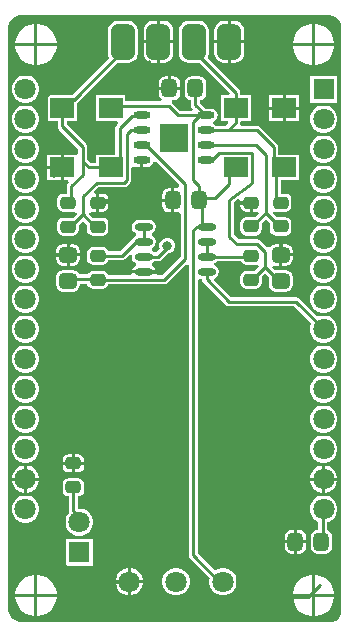
<source format=gtl>
G04*
G04 #@! TF.GenerationSoftware,Altium Limited,Altium Designer,23.4.1 (23)*
G04*
G04 Layer_Physical_Order=1*
G04 Layer_Color=255*
%FSLAX44Y44*%
%MOMM*%
G71*
G04*
G04 #@! TF.SameCoordinates,5EEC9E03-0704-45D2-AC34-B4BBD991BA5A*
G04*
G04*
G04 #@! TF.FilePolarity,Positive*
G04*
G01*
G75*
%ADD10C,0.2540*%
G04:AMPARAMS|DCode=14|XSize=1mm|YSize=1.3mm|CornerRadius=0.25mm|HoleSize=0mm|Usage=FLASHONLY|Rotation=270.000|XOffset=0mm|YOffset=0mm|HoleType=Round|Shape=RoundedRectangle|*
%AMROUNDEDRECTD14*
21,1,1.0000,0.8000,0,0,270.0*
21,1,0.5000,1.3000,0,0,270.0*
1,1,0.5000,-0.4000,-0.2500*
1,1,0.5000,-0.4000,0.2500*
1,1,0.5000,0.4000,0.2500*
1,1,0.5000,0.4000,-0.2500*
%
%ADD14ROUNDEDRECTD14*%
G04:AMPARAMS|DCode=15|XSize=2mm|YSize=3mm|CornerRadius=0.5mm|HoleSize=0mm|Usage=FLASHONLY|Rotation=0.000|XOffset=0mm|YOffset=0mm|HoleType=Round|Shape=RoundedRectangle|*
%AMROUNDEDRECTD15*
21,1,2.0000,2.0000,0,0,0.0*
21,1,1.0000,3.0000,0,0,0.0*
1,1,1.0000,0.5000,-1.0000*
1,1,1.0000,-0.5000,-1.0000*
1,1,1.0000,-0.5000,1.0000*
1,1,1.0000,0.5000,1.0000*
%
%ADD15ROUNDEDRECTD15*%
G04:AMPARAMS|DCode=16|XSize=1.3mm|YSize=1.5mm|CornerRadius=0.325mm|HoleSize=0mm|Usage=FLASHONLY|Rotation=180.000|XOffset=0mm|YOffset=0mm|HoleType=Round|Shape=RoundedRectangle|*
%AMROUNDEDRECTD16*
21,1,1.3000,0.8500,0,0,180.0*
21,1,0.6500,1.5000,0,0,180.0*
1,1,0.6500,-0.3250,0.4250*
1,1,0.6500,0.3250,0.4250*
1,1,0.6500,0.3250,-0.4250*
1,1,0.6500,-0.3250,-0.4250*
%
%ADD16ROUNDEDRECTD16*%
%ADD17R,2.0000X1.6800*%
G04:AMPARAMS|DCode=18|XSize=1.3mm|YSize=1.5mm|CornerRadius=0.325mm|HoleSize=0mm|Usage=FLASHONLY|Rotation=90.000|XOffset=0mm|YOffset=0mm|HoleType=Round|Shape=RoundedRectangle|*
%AMROUNDEDRECTD18*
21,1,1.3000,0.8500,0,0,90.0*
21,1,0.6500,1.5000,0,0,90.0*
1,1,0.6500,0.4250,0.3250*
1,1,0.6500,0.4250,-0.3250*
1,1,0.6500,-0.4250,-0.3250*
1,1,0.6500,-0.4250,0.3250*
%
%ADD18ROUNDEDRECTD18*%
%ADD19R,2.3900X2.3900*%
%ADD20O,1.4500X0.6000*%
G04:AMPARAMS|DCode=21|XSize=1.5mm|YSize=0.6mm|CornerRadius=0.24mm|HoleSize=0mm|Usage=FLASHONLY|Rotation=0.000|XOffset=0mm|YOffset=0mm|HoleType=Round|Shape=RoundedRectangle|*
%AMROUNDEDRECTD21*
21,1,1.5000,0.1200,0,0,0.0*
21,1,1.0200,0.6000,0,0,0.0*
1,1,0.4800,0.5100,-0.0600*
1,1,0.4800,-0.5100,-0.0600*
1,1,0.4800,-0.5100,0.0600*
1,1,0.4800,0.5100,0.0600*
%
%ADD21ROUNDEDRECTD21*%
%ADD34R,1.8000X1.8000*%
%ADD35C,1.8000*%
%ADD36C,0.8000*%
G36*
X12577Y514500D02*
X12577Y514500D01*
X271500Y514500D01*
X272534Y514500D01*
X274563Y514096D01*
X276474Y513305D01*
X278193Y512156D01*
X279656Y510693D01*
X280805Y508974D01*
X281596Y507063D01*
X281839Y505844D01*
X282000Y504003D01*
Y504000D01*
X282000Y504000D01*
X282000Y504000D01*
X282000Y10000D01*
X282000Y9114D01*
X281654Y7375D01*
X280976Y5737D01*
X279991Y4263D01*
X278737Y3009D01*
X277263Y2024D01*
X275625Y1346D01*
X274915Y1205D01*
X273000Y1000D01*
Y1000D01*
X10200Y1000D01*
X9195Y1000D01*
X7225Y1392D01*
X5368Y2161D01*
X3698Y3277D01*
X2277Y4698D01*
X1161Y6368D01*
X392Y8225D01*
X-0Y10195D01*
X0Y11200D01*
Y505895D01*
X196Y506938D01*
X986Y508908D01*
X2146Y510685D01*
X3630Y512203D01*
X5382Y513401D01*
X7334Y514235D01*
X9411Y514672D01*
X11534Y514695D01*
X12577Y514500D01*
D02*
G37*
%LPC*%
G36*
X192000Y509605D02*
X188270D01*
Y493270D01*
X199605D01*
Y502000D01*
X199346Y503969D01*
X198586Y505803D01*
X197378Y507378D01*
X195803Y508586D01*
X193968Y509346D01*
X192000Y509605D01*
D02*
G37*
G36*
X185730D02*
X182000D01*
X180032Y509346D01*
X178197Y508586D01*
X176622Y507378D01*
X175414Y505803D01*
X174654Y503969D01*
X174395Y502000D01*
Y493270D01*
X185730D01*
Y509605D01*
D02*
G37*
G36*
X132000D02*
X128270D01*
Y493270D01*
X139605D01*
Y502000D01*
X139346Y503969D01*
X138586Y505803D01*
X137378Y507378D01*
X135802Y508586D01*
X133968Y509346D01*
X132000Y509605D01*
D02*
G37*
G36*
X125730D02*
X122000D01*
X120031Y509346D01*
X118197Y508586D01*
X116622Y507378D01*
X115414Y505803D01*
X114654Y503969D01*
X114395Y502000D01*
Y493270D01*
X125730D01*
Y509605D01*
D02*
G37*
G36*
X260077Y507290D02*
X259620D01*
Y491020D01*
X275890D01*
Y491478D01*
X275216Y494866D01*
X273894Y498058D01*
X271974Y500931D01*
X269531Y503374D01*
X266658Y505294D01*
X263466Y506616D01*
X260077Y507290D01*
D02*
G37*
G36*
X257080D02*
X256623D01*
X253234Y506616D01*
X250042Y505294D01*
X247169Y503374D01*
X244726Y500931D01*
X242806Y498058D01*
X241484Y494866D01*
X240810Y491478D01*
Y491020D01*
X257080D01*
Y507290D01*
D02*
G37*
G36*
X25078D02*
X24620D01*
Y491020D01*
X40890D01*
Y491478D01*
X40216Y494866D01*
X38894Y498058D01*
X36974Y500931D01*
X34531Y503374D01*
X31658Y505294D01*
X28466Y506616D01*
X25078Y507290D01*
D02*
G37*
G36*
X22080D02*
X21623D01*
X18234Y506616D01*
X15042Y505294D01*
X12169Y503374D01*
X9726Y500931D01*
X7806Y498058D01*
X6484Y494866D01*
X5810Y491478D01*
Y491020D01*
X22080D01*
Y507290D01*
D02*
G37*
G36*
X199605Y490730D02*
X188270D01*
Y474395D01*
X192000D01*
X193968Y474654D01*
X195803Y475414D01*
X197378Y476623D01*
X198586Y478198D01*
X199346Y480032D01*
X199605Y482000D01*
Y490730D01*
D02*
G37*
G36*
X185730D02*
X174395D01*
Y482000D01*
X174654Y480032D01*
X175414Y478198D01*
X176622Y476623D01*
X178197Y475414D01*
X180032Y474654D01*
X182000Y474395D01*
X185730D01*
Y490730D01*
D02*
G37*
G36*
X139605D02*
X128270D01*
Y474395D01*
X132000D01*
X133968Y474654D01*
X135802Y475414D01*
X137378Y476623D01*
X138586Y478198D01*
X139346Y480032D01*
X139605Y482000D01*
Y490730D01*
D02*
G37*
G36*
X125730D02*
X114395D01*
Y482000D01*
X114654Y480032D01*
X115414Y478198D01*
X116622Y476623D01*
X118197Y475414D01*
X120031Y474654D01*
X122000Y474395D01*
X125730D01*
Y490730D01*
D02*
G37*
G36*
X275890Y488480D02*
X259620D01*
Y472210D01*
X260077D01*
X263466Y472884D01*
X266658Y474206D01*
X269531Y476126D01*
X271974Y478569D01*
X273894Y481442D01*
X275216Y484634D01*
X275890Y488022D01*
Y488480D01*
D02*
G37*
G36*
X257080D02*
X240810D01*
Y488022D01*
X241484Y484634D01*
X242806Y481442D01*
X244726Y478569D01*
X247169Y476126D01*
X250042Y474206D01*
X253234Y472884D01*
X256623Y472210D01*
X257080D01*
Y488480D01*
D02*
G37*
G36*
X40890D02*
X24620D01*
Y472210D01*
X25078D01*
X28466Y472884D01*
X31658Y474206D01*
X34531Y476126D01*
X36974Y478569D01*
X38894Y481442D01*
X40216Y484634D01*
X40890Y488022D01*
Y488480D01*
D02*
G37*
G36*
X22080D02*
X5810D01*
Y488022D01*
X6484Y484634D01*
X7806Y481442D01*
X9726Y478569D01*
X12169Y476126D01*
X15042Y474206D01*
X18234Y472884D01*
X21623Y472210D01*
X22080D01*
Y488480D01*
D02*
G37*
G36*
X139591Y463074D02*
X137611D01*
Y454190D01*
X145494D01*
Y457170D01*
X145045Y459429D01*
X143765Y461344D01*
X141850Y462624D01*
X139591Y463074D01*
D02*
G37*
G36*
X135071D02*
X133091D01*
X130832Y462624D01*
X128916Y461344D01*
X127637Y459429D01*
X127187Y457170D01*
Y454190D01*
X135071D01*
Y463074D01*
D02*
G37*
G36*
X278540Y463540D02*
X255460D01*
Y440460D01*
X278540D01*
Y463540D01*
D02*
G37*
G36*
X16019D02*
X12981D01*
X10046Y462754D01*
X7414Y461234D01*
X5266Y459086D01*
X3746Y456454D01*
X2960Y453519D01*
Y450481D01*
X3746Y447546D01*
X5266Y444914D01*
X7414Y442766D01*
X10046Y441247D01*
X12981Y440460D01*
X16019D01*
X18954Y441247D01*
X21586Y442766D01*
X23734Y444914D01*
X25254Y447546D01*
X26040Y450481D01*
Y453519D01*
X25254Y456454D01*
X23734Y459086D01*
X21586Y461234D01*
X18954Y462754D01*
X16019Y463540D01*
D02*
G37*
G36*
X246080Y446660D02*
X234811D01*
Y436990D01*
X246080D01*
Y446660D01*
D02*
G37*
G36*
X232271D02*
X221000D01*
Y436990D01*
X232271D01*
Y446660D01*
D02*
G37*
G36*
X246080Y434450D02*
X234811D01*
Y424780D01*
X246080D01*
Y434450D01*
D02*
G37*
G36*
X232271D02*
X221000D01*
Y424780D01*
X232271D01*
Y434450D01*
D02*
G37*
G36*
X162000Y509605D02*
X152000D01*
X150032Y509346D01*
X148197Y508586D01*
X146622Y507378D01*
X145414Y505803D01*
X144654Y503969D01*
X144395Y502000D01*
Y482000D01*
X144654Y480032D01*
X145414Y478198D01*
X146622Y476623D01*
X148197Y475414D01*
X150032Y474654D01*
X152000Y474395D01*
X161611D01*
X187346Y448660D01*
X186518Y446660D01*
X180001D01*
Y424780D01*
X185574D01*
X186340Y422933D01*
X184362Y420955D01*
X175608D01*
X175535Y421064D01*
X173702Y422289D01*
X173140Y422401D01*
Y424440D01*
X173702Y424552D01*
X175535Y425776D01*
X176759Y427608D01*
X177189Y429770D01*
X176759Y431932D01*
X175535Y433764D01*
X173702Y434989D01*
X171541Y435419D01*
X167136D01*
X162225Y440329D01*
Y442893D01*
X163850Y443216D01*
X165765Y444496D01*
X167045Y446411D01*
X167494Y448670D01*
Y457170D01*
X167045Y459429D01*
X165765Y461344D01*
X163850Y462624D01*
X161591Y463074D01*
X155091D01*
X152831Y462624D01*
X150916Y461344D01*
X149637Y459429D01*
X149187Y457170D01*
Y448670D01*
X149637Y446411D01*
X150916Y444496D01*
X152831Y443216D01*
X154456Y442893D01*
Y438720D01*
X154752Y437233D01*
X155594Y435973D01*
X156065Y435503D01*
X155299Y433655D01*
X145421D01*
X138487Y440589D01*
X138221Y440767D01*
X138828Y442767D01*
X139591D01*
X141850Y443216D01*
X143765Y444496D01*
X145045Y446411D01*
X145494Y448670D01*
Y451650D01*
X136341D01*
X127187D01*
Y448670D01*
X127637Y446411D01*
X128916Y444496D01*
X130067Y443727D01*
X129461Y441727D01*
X99080D01*
Y446660D01*
X74001D01*
Y424780D01*
X92025D01*
X92790Y422933D01*
X91696Y421838D01*
X90854Y420578D01*
X90558Y419091D01*
Y396660D01*
X74001D01*
Y389605D01*
X69824D01*
X66885Y392544D01*
Y403000D01*
X66589Y404487D01*
X65747Y405747D01*
X49426Y422068D01*
Y424780D01*
X58081D01*
Y440179D01*
X92297Y474395D01*
X102000D01*
X103968Y474654D01*
X105802Y475414D01*
X107378Y476623D01*
X108586Y478198D01*
X109346Y480032D01*
X109605Y482000D01*
Y502000D01*
X109346Y503969D01*
X108586Y505803D01*
X107378Y507378D01*
X105802Y508586D01*
X103968Y509346D01*
X102000Y509605D01*
X92000D01*
X90032Y509346D01*
X88197Y508586D01*
X86622Y507378D01*
X85414Y505803D01*
X84654Y503969D01*
X84395Y502000D01*
Y482000D01*
X84654Y480032D01*
X85325Y478411D01*
X53574Y446660D01*
X33001D01*
Y424780D01*
X41656D01*
Y420459D01*
X41952Y418973D01*
X42794Y417712D01*
X59115Y401391D01*
Y398232D01*
X58081Y396660D01*
X46811D01*
Y385720D01*
Y374780D01*
X50282D01*
X51048Y372933D01*
X50524Y372409D01*
X49682Y371148D01*
X49386Y369662D01*
Y363484D01*
X46541D01*
X44574Y363093D01*
X42907Y361979D01*
X41793Y360312D01*
X41402Y358345D01*
Y353345D01*
X41793Y351379D01*
X42907Y349712D01*
X44574Y348598D01*
X46541Y348207D01*
X54541D01*
X55643Y348426D01*
X57596Y347392D01*
X57861Y347097D01*
X57957Y346451D01*
X54707Y343201D01*
X54541Y343234D01*
X46541D01*
X44574Y342843D01*
X42907Y341729D01*
X41793Y340062D01*
X41402Y338096D01*
Y333096D01*
X41793Y331129D01*
X42907Y329462D01*
X44574Y328348D01*
X46541Y327957D01*
X54541D01*
X56507Y328348D01*
X58174Y329462D01*
X59288Y331129D01*
X59679Y333096D01*
Y337186D01*
X63000Y340506D01*
X66402Y337105D01*
Y333096D01*
X66793Y331129D01*
X67907Y329462D01*
X69574Y328348D01*
X71540Y327957D01*
X79540D01*
X81507Y328348D01*
X83174Y329462D01*
X84288Y331129D01*
X84679Y333096D01*
Y338096D01*
X84288Y340062D01*
X83174Y341729D01*
X81507Y342843D01*
X79540Y343234D01*
X71540D01*
X71306Y343188D01*
X68222Y346272D01*
X68333Y347021D01*
X68546Y347291D01*
X70560Y348402D01*
X71540Y348207D01*
X74270D01*
Y355845D01*
Y363484D01*
X73691D01*
X72862Y365484D01*
X76333Y368955D01*
X97838D01*
X99325Y369251D01*
X100585Y370093D01*
X103125Y372633D01*
X103967Y373893D01*
X104263Y375380D01*
Y385460D01*
X106263Y386529D01*
X106379Y386451D01*
X108541Y386021D01*
X111521D01*
Y391670D01*
X114061D01*
Y386021D01*
X117041D01*
X119202Y386451D01*
X121035Y387676D01*
X122259Y389508D01*
X122460Y390516D01*
X124630Y391174D01*
X144876Y370928D01*
X144761Y369399D01*
X142900Y368012D01*
X142591Y368074D01*
X140611D01*
Y357920D01*
Y347767D01*
X142591D01*
X143770Y348001D01*
X145770Y346609D01*
Y310187D01*
X130063Y294480D01*
X126474D01*
X125072Y296250D01*
X104610D01*
X103208Y294480D01*
X84403D01*
X84288Y295062D01*
X83174Y296729D01*
X81507Y297843D01*
X79540Y298234D01*
X71540D01*
X69574Y297843D01*
X67907Y296729D01*
X66823Y295107D01*
X60269D01*
X60245Y295229D01*
X58965Y297144D01*
X57050Y298424D01*
X54791Y298873D01*
X46291D01*
X44031Y298424D01*
X42116Y297144D01*
X40837Y295229D01*
X40387Y292970D01*
Y286470D01*
X40837Y284211D01*
X42116Y282296D01*
X44031Y281016D01*
X46291Y280567D01*
X54791D01*
X57050Y281016D01*
X58965Y282296D01*
X60245Y284211D01*
X60694Y286470D01*
Y287337D01*
X66552D01*
X66793Y286129D01*
X67907Y284462D01*
X69574Y283348D01*
X71540Y282957D01*
X79540D01*
X81507Y283348D01*
X83174Y284462D01*
X84288Y286129D01*
X84403Y286711D01*
X131672D01*
X133158Y287006D01*
X134419Y287848D01*
X150628Y304058D01*
X152628Y303229D01*
Y57261D01*
X152923Y55774D01*
X153766Y54514D01*
X170419Y37860D01*
X170060Y36519D01*
Y33481D01*
X170847Y30546D01*
X172366Y27914D01*
X174514Y25766D01*
X177146Y24246D01*
X180081Y23460D01*
X183119D01*
X186054Y24246D01*
X188686Y25766D01*
X190834Y27914D01*
X192354Y30546D01*
X193140Y33481D01*
Y36519D01*
X192354Y39454D01*
X190834Y42086D01*
X188686Y44234D01*
X186054Y45754D01*
X183119Y46540D01*
X180081D01*
X177146Y45754D01*
X174843Y44424D01*
X160397Y58870D01*
Y290322D01*
X161956Y291592D01*
X163321Y291297D01*
X163986Y291006D01*
X164251Y289673D01*
X165093Y288413D01*
X184253Y269253D01*
X185513Y268411D01*
X187000Y268115D01*
X242191D01*
X256541Y253765D01*
X256246Y253254D01*
X255460Y250319D01*
Y247281D01*
X256246Y244346D01*
X257766Y241714D01*
X259914Y239566D01*
X262546Y238047D01*
X265481Y237260D01*
X268519D01*
X271454Y238047D01*
X274086Y239566D01*
X276234Y241714D01*
X277753Y244346D01*
X278540Y247281D01*
Y250319D01*
X277753Y253254D01*
X276234Y255886D01*
X274086Y258034D01*
X271454Y259554D01*
X268519Y260340D01*
X265481D01*
X262546Y259554D01*
X262035Y259259D01*
X246547Y274747D01*
X245287Y275589D01*
X243800Y275885D01*
X188609D01*
X174366Y290128D01*
X174854Y292209D01*
X174980Y292342D01*
X176502Y293359D01*
X177594Y294993D01*
X177977Y296920D01*
Y298120D01*
X177594Y300048D01*
X176502Y301682D01*
X174868Y302774D01*
X174480Y302851D01*
Y304890D01*
X174868Y304967D01*
X176502Y306059D01*
X176600Y306205D01*
X196909D01*
X197907Y304712D01*
X199574Y303598D01*
X201541Y303207D01*
X209541D01*
X211117Y303520D01*
X212075Y302355D01*
X212297Y301871D01*
X208660Y298234D01*
X201541D01*
X199574Y297843D01*
X197907Y296729D01*
X196793Y295062D01*
X196402Y293095D01*
Y288095D01*
X196793Y286129D01*
X197907Y284462D01*
X199574Y283348D01*
X201541Y282957D01*
X209541D01*
X211507Y283348D01*
X213174Y284462D01*
X214288Y286129D01*
X214679Y288095D01*
Y293095D01*
X214651Y293238D01*
X217524Y296111D01*
X220433Y293202D01*
X220387Y292970D01*
Y286470D01*
X220836Y284211D01*
X222116Y282296D01*
X224031Y281016D01*
X226290Y280567D01*
X234790D01*
X237049Y281016D01*
X238965Y282296D01*
X240244Y284211D01*
X240694Y286470D01*
Y292970D01*
X240244Y295229D01*
X238965Y297144D01*
X237049Y298424D01*
X234790Y298873D01*
X226290D01*
X225839Y298784D01*
X223421Y301202D01*
X224535Y302916D01*
X226290Y302567D01*
X229270D01*
Y311721D01*
Y320874D01*
X226290D01*
X224031Y320424D01*
X222116Y319145D01*
X221693Y318512D01*
X219152Y318234D01*
X213653Y323733D01*
X212393Y324575D01*
X210906Y324871D01*
X194989D01*
X191131Y328729D01*
Y356420D01*
X194450Y358909D01*
X195066Y358770D01*
X196402Y357873D01*
Y357240D01*
X205541D01*
Y355970D01*
X206810D01*
Y348332D01*
X209541D01*
X210943Y348611D01*
X211972Y346811D01*
X208520Y343359D01*
X201541D01*
X199574Y342968D01*
X197907Y341854D01*
X196793Y340187D01*
X196402Y338220D01*
Y333220D01*
X196793Y331254D01*
X197907Y329587D01*
X199574Y328473D01*
X201541Y328082D01*
X209541D01*
X211507Y328473D01*
X213174Y329587D01*
X214288Y331254D01*
X214679Y333220D01*
Y338220D01*
X214628Y338480D01*
X217809Y341661D01*
X221402Y338069D01*
Y333220D01*
X221793Y331254D01*
X222907Y329587D01*
X224574Y328473D01*
X226540Y328082D01*
X234540D01*
X236507Y328473D01*
X238174Y329587D01*
X239288Y331254D01*
X239679Y333220D01*
Y338220D01*
X239288Y340187D01*
X238174Y341854D01*
X236507Y342968D01*
X234540Y343359D01*
X227098D01*
X223267Y347191D01*
X224542Y348744D01*
X224574Y348723D01*
X226540Y348332D01*
X234540D01*
X236507Y348723D01*
X238174Y349837D01*
X239288Y351504D01*
X239679Y353470D01*
Y358470D01*
X239288Y360437D01*
X238174Y362104D01*
X236507Y363218D01*
X234540Y363609D01*
X230885D01*
Y374780D01*
X246080D01*
Y396660D01*
X228695D01*
Y402620D01*
X228399Y404107D01*
X227557Y405367D01*
X213107Y419817D01*
X211847Y420659D01*
X210360Y420955D01*
X197551D01*
X197259Y421262D01*
X196378Y422800D01*
X196948Y424780D01*
X205081D01*
Y446660D01*
X196425D01*
Y448959D01*
X196130Y450446D01*
X195288Y451706D01*
X168648Y478346D01*
X169346Y480032D01*
X169605Y482000D01*
Y502000D01*
X169346Y503969D01*
X168586Y505803D01*
X167378Y507378D01*
X165803Y508586D01*
X163968Y509346D01*
X162000Y509605D01*
D02*
G37*
G36*
X268519Y438140D02*
X265481D01*
X262546Y437354D01*
X259914Y435834D01*
X257766Y433686D01*
X256246Y431054D01*
X255460Y428119D01*
Y425081D01*
X256246Y422146D01*
X257766Y419514D01*
X259914Y417366D01*
X262546Y415847D01*
X265481Y415060D01*
X268519D01*
X271454Y415847D01*
X274086Y417366D01*
X276234Y419514D01*
X277753Y422146D01*
X278540Y425081D01*
Y428119D01*
X277753Y431054D01*
X276234Y433686D01*
X274086Y435834D01*
X271454Y437354D01*
X268519Y438140D01*
D02*
G37*
G36*
X16019D02*
X12981D01*
X10046Y437354D01*
X7414Y435834D01*
X5266Y433686D01*
X3746Y431054D01*
X2960Y428119D01*
Y425081D01*
X3746Y422146D01*
X5266Y419514D01*
X7414Y417366D01*
X10046Y415847D01*
X12981Y415060D01*
X16019D01*
X18954Y415847D01*
X21586Y417366D01*
X23734Y419514D01*
X25254Y422146D01*
X26040Y425081D01*
Y428119D01*
X25254Y431054D01*
X23734Y433686D01*
X21586Y435834D01*
X18954Y437354D01*
X16019Y438140D01*
D02*
G37*
G36*
X268519Y412740D02*
X265481D01*
X262546Y411954D01*
X259914Y410434D01*
X257766Y408286D01*
X256246Y405654D01*
X255460Y402719D01*
Y399681D01*
X256246Y396746D01*
X257766Y394114D01*
X259914Y391966D01*
X262546Y390447D01*
X265481Y389660D01*
X268519D01*
X271454Y390447D01*
X274086Y391966D01*
X276234Y394114D01*
X277753Y396746D01*
X278540Y399681D01*
Y402719D01*
X277753Y405654D01*
X276234Y408286D01*
X274086Y410434D01*
X271454Y411954D01*
X268519Y412740D01*
D02*
G37*
G36*
X16019D02*
X12981D01*
X10046Y411954D01*
X7414Y410434D01*
X5266Y408286D01*
X3746Y405654D01*
X2960Y402719D01*
Y399681D01*
X3746Y396746D01*
X5266Y394114D01*
X7414Y391966D01*
X10046Y390447D01*
X12981Y389660D01*
X16019D01*
X18954Y390447D01*
X21586Y391966D01*
X23734Y394114D01*
X25254Y396746D01*
X26040Y399681D01*
Y402719D01*
X25254Y405654D01*
X23734Y408286D01*
X21586Y410434D01*
X18954Y411954D01*
X16019Y412740D01*
D02*
G37*
G36*
X44271Y396660D02*
X33001D01*
Y386990D01*
X44271D01*
Y396660D01*
D02*
G37*
G36*
Y384450D02*
X33001D01*
Y374780D01*
X44271D01*
Y384450D01*
D02*
G37*
G36*
X268519Y387340D02*
X265481D01*
X262546Y386554D01*
X259914Y385034D01*
X257766Y382886D01*
X256246Y380254D01*
X255460Y377319D01*
Y374281D01*
X256246Y371346D01*
X257766Y368714D01*
X259914Y366566D01*
X262546Y365047D01*
X265481Y364260D01*
X268519D01*
X271454Y365047D01*
X274086Y366566D01*
X276234Y368714D01*
X277753Y371346D01*
X278540Y374281D01*
Y377319D01*
X277753Y380254D01*
X276234Y382886D01*
X274086Y385034D01*
X271454Y386554D01*
X268519Y387340D01*
D02*
G37*
G36*
X16019D02*
X12981D01*
X10046Y386554D01*
X7414Y385034D01*
X5266Y382886D01*
X3746Y380254D01*
X2960Y377319D01*
Y374281D01*
X3746Y371346D01*
X5266Y368714D01*
X7414Y366566D01*
X10046Y365047D01*
X12981Y364260D01*
X16019D01*
X18954Y365047D01*
X21586Y366566D01*
X23734Y368714D01*
X25254Y371346D01*
X26040Y374281D01*
Y377319D01*
X25254Y380254D01*
X23734Y382886D01*
X21586Y385034D01*
X18954Y386554D01*
X16019Y387340D01*
D02*
G37*
G36*
X138070Y368074D02*
X136090D01*
X133831Y367624D01*
X131916Y366344D01*
X130636Y364429D01*
X130187Y362170D01*
Y359190D01*
X138070D01*
Y368074D01*
D02*
G37*
G36*
X79540Y363484D02*
X76810D01*
Y357115D01*
X84679D01*
Y358345D01*
X84288Y360312D01*
X83174Y361979D01*
X81507Y363093D01*
X79540Y363484D01*
D02*
G37*
G36*
X204270Y354700D02*
X196402D01*
Y353470D01*
X196793Y351504D01*
X197907Y349837D01*
X199574Y348723D01*
X201541Y348332D01*
X204270D01*
Y354700D01*
D02*
G37*
G36*
X84679Y354575D02*
X76810D01*
Y348207D01*
X79540D01*
X81507Y348598D01*
X83174Y349712D01*
X84288Y351379D01*
X84679Y353345D01*
Y354575D01*
D02*
G37*
G36*
X138070Y356650D02*
X130187D01*
Y353670D01*
X130636Y351411D01*
X131916Y349496D01*
X133831Y348216D01*
X136090Y347767D01*
X138070D01*
Y356650D01*
D02*
G37*
G36*
X268519Y361940D02*
X265481D01*
X262546Y361154D01*
X259914Y359634D01*
X257766Y357486D01*
X256246Y354854D01*
X255460Y351919D01*
Y348881D01*
X256246Y345946D01*
X257766Y343314D01*
X259914Y341166D01*
X262546Y339647D01*
X265481Y338860D01*
X268519D01*
X271454Y339647D01*
X274086Y341166D01*
X276234Y343314D01*
X277753Y345946D01*
X278540Y348881D01*
Y351919D01*
X277753Y354854D01*
X276234Y357486D01*
X274086Y359634D01*
X271454Y361154D01*
X268519Y361940D01*
D02*
G37*
G36*
X16019D02*
X12981D01*
X10046Y361154D01*
X7414Y359634D01*
X5266Y357486D01*
X3746Y354854D01*
X2960Y351919D01*
Y348881D01*
X3746Y345946D01*
X5266Y343314D01*
X7414Y341166D01*
X10046Y339647D01*
X12981Y338860D01*
X16019D01*
X18954Y339647D01*
X21586Y341166D01*
X23734Y343314D01*
X25254Y345946D01*
X26040Y348881D01*
Y351919D01*
X25254Y354854D01*
X23734Y357486D01*
X21586Y359634D01*
X18954Y361154D01*
X16019Y361940D01*
D02*
G37*
G36*
X119941Y341257D02*
X109741D01*
X107813Y340874D01*
X106179Y339782D01*
X105087Y338148D01*
X104704Y336220D01*
Y335020D01*
X105087Y333093D01*
X106179Y331459D01*
X107813Y330367D01*
X108201Y330290D01*
Y328251D01*
X107813Y328174D01*
X106179Y327082D01*
X105087Y325448D01*
X105046Y325239D01*
X104141Y324635D01*
X94236Y314730D01*
X84403D01*
X84288Y315312D01*
X83174Y316979D01*
X81507Y318093D01*
X79540Y318484D01*
X71540D01*
X69574Y318093D01*
X67907Y316979D01*
X66793Y315312D01*
X66402Y313345D01*
Y308345D01*
X66793Y306379D01*
X67907Y304712D01*
X69574Y303598D01*
X71540Y303207D01*
X79540D01*
X81507Y303598D01*
X83174Y304712D01*
X84288Y306379D01*
X84403Y306961D01*
X95845D01*
X97332Y307256D01*
X98592Y308098D01*
X103000Y312506D01*
X104843Y311521D01*
X104704Y310820D01*
Y309620D01*
X105087Y307693D01*
X106179Y306059D01*
X107813Y304967D01*
X108201Y304890D01*
Y302851D01*
X107813Y302774D01*
X106179Y301682D01*
X105087Y300048D01*
X104837Y298790D01*
X124844D01*
X124594Y300048D01*
X123502Y301682D01*
X121868Y302774D01*
X121481Y302851D01*
Y304890D01*
X121868Y304967D01*
X123502Y306059D01*
X123687Y306336D01*
X126892D01*
X128378Y306631D01*
X129639Y307474D01*
X135125Y312960D01*
X135801D01*
X138205Y313956D01*
X140044Y315795D01*
X141040Y318199D01*
Y320801D01*
X140044Y323205D01*
X138205Y325044D01*
X135801Y326040D01*
X133199D01*
X130795Y325044D01*
X128956Y323205D01*
X127960Y320801D01*
Y318199D01*
X128375Y317197D01*
X125523Y314346D01*
X123502Y314382D01*
X121868Y315474D01*
X121481Y315551D01*
Y317590D01*
X121868Y317667D01*
X123502Y318759D01*
X124594Y320393D01*
X124977Y322320D01*
Y323520D01*
X124594Y325448D01*
X123502Y327082D01*
X121868Y328174D01*
X121481Y328251D01*
Y330290D01*
X121868Y330367D01*
X123502Y331459D01*
X124594Y333093D01*
X124977Y335020D01*
Y336220D01*
X124594Y338148D01*
X123502Y339782D01*
X121868Y340874D01*
X119941Y341257D01*
D02*
G37*
G36*
X268519Y336540D02*
X265481D01*
X262546Y335754D01*
X259914Y334234D01*
X257766Y332086D01*
X256246Y329454D01*
X255460Y326519D01*
Y323481D01*
X256246Y320546D01*
X257766Y317914D01*
X259914Y315766D01*
X262546Y314247D01*
X265481Y313460D01*
X268519D01*
X271454Y314247D01*
X274086Y315766D01*
X276234Y317914D01*
X277753Y320546D01*
X278540Y323481D01*
Y326519D01*
X277753Y329454D01*
X276234Y332086D01*
X274086Y334234D01*
X271454Y335754D01*
X268519Y336540D01*
D02*
G37*
G36*
X16019D02*
X12981D01*
X10046Y335754D01*
X7414Y334234D01*
X5266Y332086D01*
X3746Y329454D01*
X2960Y326519D01*
Y323481D01*
X3746Y320546D01*
X5266Y317914D01*
X7414Y315766D01*
X10046Y314247D01*
X12981Y313460D01*
X16019D01*
X18954Y314247D01*
X21586Y315766D01*
X23734Y317914D01*
X25254Y320546D01*
X26040Y323481D01*
Y326519D01*
X25254Y329454D01*
X23734Y332086D01*
X21586Y334234D01*
X18954Y335754D01*
X16019Y336540D01*
D02*
G37*
G36*
X234790Y320874D02*
X231810D01*
Y312990D01*
X240694D01*
Y314970D01*
X240244Y317230D01*
X238965Y319145D01*
X237049Y320424D01*
X234790Y320874D01*
D02*
G37*
G36*
X54791D02*
X51811D01*
Y312990D01*
X60694D01*
Y314970D01*
X60245Y317230D01*
X58965Y319145D01*
X57050Y320424D01*
X54791Y320874D01*
D02*
G37*
G36*
X49271D02*
X46291D01*
X44031Y320424D01*
X42116Y319145D01*
X40837Y317230D01*
X40387Y314970D01*
Y312990D01*
X49271D01*
Y320874D01*
D02*
G37*
G36*
X240694Y310450D02*
X231810D01*
Y302567D01*
X234790D01*
X237049Y303016D01*
X238965Y304296D01*
X240244Y306211D01*
X240694Y308470D01*
Y310450D01*
D02*
G37*
G36*
X60694D02*
X51811D01*
Y302567D01*
X54791D01*
X57050Y303016D01*
X58965Y304296D01*
X60245Y306211D01*
X60694Y308470D01*
Y310450D01*
D02*
G37*
G36*
X49271D02*
X40387D01*
Y308470D01*
X40837Y306211D01*
X42116Y304296D01*
X44031Y303016D01*
X46291Y302567D01*
X49271D01*
Y310450D01*
D02*
G37*
G36*
X268519Y311140D02*
X265481D01*
X262546Y310354D01*
X259914Y308834D01*
X257766Y306686D01*
X256246Y304054D01*
X255460Y301119D01*
Y298081D01*
X256246Y295146D01*
X257766Y292514D01*
X259914Y290366D01*
X262546Y288847D01*
X265481Y288060D01*
X268519D01*
X271454Y288847D01*
X274086Y290366D01*
X276234Y292514D01*
X277753Y295146D01*
X278540Y298081D01*
Y301119D01*
X277753Y304054D01*
X276234Y306686D01*
X274086Y308834D01*
X271454Y310354D01*
X268519Y311140D01*
D02*
G37*
G36*
X16019D02*
X12981D01*
X10046Y310354D01*
X7414Y308834D01*
X5266Y306686D01*
X3746Y304054D01*
X2960Y301119D01*
Y298081D01*
X3746Y295146D01*
X5266Y292514D01*
X7414Y290366D01*
X10046Y288847D01*
X12981Y288060D01*
X16019D01*
X18954Y288847D01*
X21586Y290366D01*
X23734Y292514D01*
X25254Y295146D01*
X26040Y298081D01*
Y301119D01*
X25254Y304054D01*
X23734Y306686D01*
X21586Y308834D01*
X18954Y310354D01*
X16019Y311140D01*
D02*
G37*
G36*
X268519Y285740D02*
X265481D01*
X262546Y284954D01*
X259914Y283434D01*
X257766Y281286D01*
X256246Y278654D01*
X255460Y275719D01*
Y272681D01*
X256246Y269746D01*
X257766Y267114D01*
X259914Y264966D01*
X262546Y263447D01*
X265481Y262660D01*
X268519D01*
X271454Y263447D01*
X274086Y264966D01*
X276234Y267114D01*
X277753Y269746D01*
X278540Y272681D01*
Y275719D01*
X277753Y278654D01*
X276234Y281286D01*
X274086Y283434D01*
X271454Y284954D01*
X268519Y285740D01*
D02*
G37*
G36*
X16019D02*
X12981D01*
X10046Y284954D01*
X7414Y283434D01*
X5266Y281286D01*
X3746Y278654D01*
X2960Y275719D01*
Y272681D01*
X3746Y269746D01*
X5266Y267114D01*
X7414Y264966D01*
X10046Y263447D01*
X12981Y262660D01*
X16019D01*
X18954Y263447D01*
X21586Y264966D01*
X23734Y267114D01*
X25254Y269746D01*
X26040Y272681D01*
Y275719D01*
X25254Y278654D01*
X23734Y281286D01*
X21586Y283434D01*
X18954Y284954D01*
X16019Y285740D01*
D02*
G37*
G36*
Y260340D02*
X12981D01*
X10046Y259554D01*
X7414Y258034D01*
X5266Y255886D01*
X3746Y253254D01*
X2960Y250319D01*
Y247281D01*
X3746Y244346D01*
X5266Y241714D01*
X7414Y239566D01*
X10046Y238047D01*
X12981Y237260D01*
X16019D01*
X18954Y238047D01*
X21586Y239566D01*
X23734Y241714D01*
X25254Y244346D01*
X26040Y247281D01*
Y250319D01*
X25254Y253254D01*
X23734Y255886D01*
X21586Y258034D01*
X18954Y259554D01*
X16019Y260340D01*
D02*
G37*
G36*
X268519Y234940D02*
X265481D01*
X262546Y234154D01*
X259914Y232634D01*
X257766Y230486D01*
X256246Y227854D01*
X255460Y224919D01*
Y221881D01*
X256246Y218946D01*
X257766Y216314D01*
X259914Y214166D01*
X262546Y212647D01*
X265481Y211860D01*
X268519D01*
X271454Y212647D01*
X274086Y214166D01*
X276234Y216314D01*
X277753Y218946D01*
X278540Y221881D01*
Y224919D01*
X277753Y227854D01*
X276234Y230486D01*
X274086Y232634D01*
X271454Y234154D01*
X268519Y234940D01*
D02*
G37*
G36*
X16019D02*
X12981D01*
X10046Y234154D01*
X7414Y232634D01*
X5266Y230486D01*
X3746Y227854D01*
X2960Y224919D01*
Y221881D01*
X3746Y218946D01*
X5266Y216314D01*
X7414Y214166D01*
X10046Y212647D01*
X12981Y211860D01*
X16019D01*
X18954Y212647D01*
X21586Y214166D01*
X23734Y216314D01*
X25254Y218946D01*
X26040Y221881D01*
Y224919D01*
X25254Y227854D01*
X23734Y230486D01*
X21586Y232634D01*
X18954Y234154D01*
X16019Y234940D01*
D02*
G37*
G36*
X268519Y209540D02*
X265481D01*
X262546Y208754D01*
X259914Y207234D01*
X257766Y205086D01*
X256246Y202454D01*
X255460Y199519D01*
Y196481D01*
X256246Y193546D01*
X257766Y190914D01*
X259914Y188766D01*
X262546Y187247D01*
X265481Y186460D01*
X268519D01*
X271454Y187247D01*
X274086Y188766D01*
X276234Y190914D01*
X277753Y193546D01*
X278540Y196481D01*
Y199519D01*
X277753Y202454D01*
X276234Y205086D01*
X274086Y207234D01*
X271454Y208754D01*
X268519Y209540D01*
D02*
G37*
G36*
X16019D02*
X12981D01*
X10046Y208754D01*
X7414Y207234D01*
X5266Y205086D01*
X3746Y202454D01*
X2960Y199519D01*
Y196481D01*
X3746Y193546D01*
X5266Y190914D01*
X7414Y188766D01*
X10046Y187247D01*
X12981Y186460D01*
X16019D01*
X18954Y187247D01*
X21586Y188766D01*
X23734Y190914D01*
X25254Y193546D01*
X26040Y196481D01*
Y199519D01*
X25254Y202454D01*
X23734Y205086D01*
X21586Y207234D01*
X18954Y208754D01*
X16019Y209540D01*
D02*
G37*
G36*
X268519Y184140D02*
X265481D01*
X262546Y183354D01*
X259914Y181834D01*
X257766Y179686D01*
X256246Y177054D01*
X255460Y174119D01*
Y171081D01*
X256246Y168146D01*
X257766Y165514D01*
X259914Y163366D01*
X262546Y161847D01*
X265481Y161060D01*
X268519D01*
X271454Y161847D01*
X274086Y163366D01*
X276234Y165514D01*
X277753Y168146D01*
X278540Y171081D01*
Y174119D01*
X277753Y177054D01*
X276234Y179686D01*
X274086Y181834D01*
X271454Y183354D01*
X268519Y184140D01*
D02*
G37*
G36*
X16019D02*
X12981D01*
X10046Y183354D01*
X7414Y181834D01*
X5266Y179686D01*
X3746Y177054D01*
X2960Y174119D01*
Y171081D01*
X3746Y168146D01*
X5266Y165514D01*
X7414Y163366D01*
X10046Y161847D01*
X12981Y161060D01*
X16019D01*
X18954Y161847D01*
X21586Y163366D01*
X23734Y165514D01*
X25254Y168146D01*
X26040Y171081D01*
Y174119D01*
X25254Y177054D01*
X23734Y179686D01*
X21586Y181834D01*
X18954Y183354D01*
X16019Y184140D01*
D02*
G37*
G36*
X59000Y142764D02*
X56270D01*
Y136395D01*
X64139D01*
Y137625D01*
X63747Y139592D01*
X62634Y141259D01*
X60966Y142373D01*
X59000Y142764D01*
D02*
G37*
G36*
X53730D02*
X51000D01*
X49033Y142373D01*
X47366Y141259D01*
X46252Y139592D01*
X45861Y137625D01*
Y136395D01*
X53730D01*
Y142764D01*
D02*
G37*
G36*
X268519Y158740D02*
X265481D01*
X262546Y157954D01*
X259914Y156434D01*
X257766Y154286D01*
X256246Y151654D01*
X255460Y148719D01*
Y145681D01*
X256246Y142746D01*
X257766Y140114D01*
X259914Y137966D01*
X262546Y136447D01*
X265481Y135660D01*
X268519D01*
X271454Y136447D01*
X274086Y137966D01*
X276234Y140114D01*
X277753Y142746D01*
X278540Y145681D01*
Y148719D01*
X277753Y151654D01*
X276234Y154286D01*
X274086Y156434D01*
X271454Y157954D01*
X268519Y158740D01*
D02*
G37*
G36*
X16019D02*
X12981D01*
X10046Y157954D01*
X7414Y156434D01*
X5266Y154286D01*
X3746Y151654D01*
X2960Y148719D01*
Y145681D01*
X3746Y142746D01*
X5266Y140114D01*
X7414Y137966D01*
X10046Y136447D01*
X12981Y135660D01*
X16019D01*
X18954Y136447D01*
X21586Y137966D01*
X23734Y140114D01*
X25254Y142746D01*
X26040Y145681D01*
Y148719D01*
X25254Y151654D01*
X23734Y154286D01*
X21586Y156434D01*
X18954Y157954D01*
X16019Y158740D01*
D02*
G37*
G36*
X64139Y133855D02*
X56270D01*
Y127486D01*
X59000D01*
X60966Y127878D01*
X62634Y128991D01*
X63747Y130659D01*
X64139Y132625D01*
Y133855D01*
D02*
G37*
G36*
X53730D02*
X45861D01*
Y132625D01*
X46252Y130659D01*
X47366Y128991D01*
X49033Y127878D01*
X51000Y127486D01*
X53730D01*
Y133855D01*
D02*
G37*
G36*
X268519Y133340D02*
X268270D01*
Y123070D01*
X278540D01*
Y123319D01*
X277753Y126254D01*
X276234Y128886D01*
X274086Y131034D01*
X271454Y132554D01*
X268519Y133340D01*
D02*
G37*
G36*
X16019D02*
X15770D01*
Y123070D01*
X26040D01*
Y123319D01*
X25254Y126254D01*
X23734Y128886D01*
X21586Y131034D01*
X18954Y132554D01*
X16019Y133340D01*
D02*
G37*
G36*
X265730D02*
X265481D01*
X262546Y132554D01*
X259914Y131034D01*
X257766Y128886D01*
X256246Y126254D01*
X255460Y123319D01*
Y123070D01*
X265730D01*
Y133340D01*
D02*
G37*
G36*
X13230D02*
X12981D01*
X10046Y132554D01*
X7414Y131034D01*
X5266Y128886D01*
X3746Y126254D01*
X2960Y123319D01*
Y123070D01*
X13230D01*
Y133340D01*
D02*
G37*
G36*
X278540Y120530D02*
X268270D01*
Y110260D01*
X268519D01*
X271454Y111047D01*
X274086Y112566D01*
X276234Y114714D01*
X277753Y117346D01*
X278540Y120281D01*
Y120530D01*
D02*
G37*
G36*
X265730D02*
X255460D01*
Y120281D01*
X256246Y117346D01*
X257766Y114714D01*
X259914Y112566D01*
X262546Y111047D01*
X265481Y110260D01*
X265730D01*
Y120530D01*
D02*
G37*
G36*
X26040D02*
X15770D01*
Y110260D01*
X16019D01*
X18954Y111047D01*
X21586Y112566D01*
X23734Y114714D01*
X25254Y117346D01*
X26040Y120281D01*
Y120530D01*
D02*
G37*
G36*
X13230D02*
X2960D01*
Y120281D01*
X3746Y117346D01*
X5266Y114714D01*
X7414Y112566D01*
X10046Y111047D01*
X12981Y110260D01*
X13230D01*
Y120530D01*
D02*
G37*
G36*
X16019Y107940D02*
X12981D01*
X10046Y107154D01*
X7414Y105634D01*
X5266Y103486D01*
X3746Y100854D01*
X2960Y97919D01*
Y94881D01*
X3746Y91946D01*
X5266Y89314D01*
X7414Y87166D01*
X10046Y85647D01*
X12981Y84860D01*
X16019D01*
X18954Y85647D01*
X21586Y87166D01*
X23734Y89314D01*
X25254Y91946D01*
X26040Y94881D01*
Y97919D01*
X25254Y100854D01*
X23734Y103486D01*
X21586Y105634D01*
X18954Y107154D01*
X16019Y107940D01*
D02*
G37*
G36*
X59000Y122514D02*
X51000D01*
X49033Y122123D01*
X47366Y121009D01*
X46252Y119342D01*
X45861Y117375D01*
Y112375D01*
X46252Y110409D01*
X47366Y108742D01*
X49033Y107628D01*
X51000Y107236D01*
X51115D01*
Y94584D01*
X51405Y93125D01*
X50766Y92486D01*
X49246Y89854D01*
X48460Y86919D01*
Y83881D01*
X49246Y80946D01*
X50766Y78314D01*
X52914Y76166D01*
X55546Y74646D01*
X58481Y73860D01*
X61519D01*
X64454Y74646D01*
X67086Y76166D01*
X69234Y78314D01*
X70753Y80946D01*
X71540Y83881D01*
Y86919D01*
X70753Y89854D01*
X69234Y92486D01*
X67086Y94634D01*
X64454Y96153D01*
X61519Y96940D01*
X58885D01*
Y107236D01*
X59000D01*
X60966Y107628D01*
X62634Y108742D01*
X63747Y110409D01*
X64139Y112375D01*
Y117375D01*
X63747Y119342D01*
X62634Y121009D01*
X60966Y122123D01*
X59000Y122514D01*
D02*
G37*
G36*
X246250Y79154D02*
X244270D01*
Y70270D01*
X252153D01*
Y73250D01*
X251704Y75509D01*
X250424Y77425D01*
X248509Y78704D01*
X246250Y79154D01*
D02*
G37*
G36*
X241730D02*
X239750D01*
X237491Y78704D01*
X235576Y77425D01*
X234296Y75509D01*
X233847Y73250D01*
Y70270D01*
X241730D01*
Y79154D01*
D02*
G37*
G36*
X268519Y107940D02*
X265481D01*
X262546Y107154D01*
X259914Y105634D01*
X257766Y103486D01*
X256246Y100854D01*
X255460Y97919D01*
Y94881D01*
X256246Y91946D01*
X257766Y89314D01*
X259914Y87166D01*
X262115Y85895D01*
Y79154D01*
X261750D01*
X259491Y78704D01*
X257576Y77425D01*
X256296Y75509D01*
X255847Y73250D01*
Y64750D01*
X256296Y62491D01*
X257576Y60576D01*
X259491Y59296D01*
X261750Y58847D01*
X268250D01*
X270509Y59296D01*
X272424Y60576D01*
X273704Y62491D01*
X274153Y64750D01*
Y73250D01*
X273704Y75509D01*
X272424Y77425D01*
X270509Y78704D01*
X269885Y78828D01*
Y85226D01*
X271454Y85647D01*
X274086Y87166D01*
X276234Y89314D01*
X277753Y91946D01*
X278540Y94881D01*
Y97919D01*
X277753Y100854D01*
X276234Y103486D01*
X274086Y105634D01*
X271454Y107154D01*
X268519Y107940D01*
D02*
G37*
G36*
X252153Y67730D02*
X244270D01*
Y58847D01*
X246250D01*
X248509Y59296D01*
X250424Y60576D01*
X251704Y62491D01*
X252153Y64750D01*
Y67730D01*
D02*
G37*
G36*
X241730D02*
X233847D01*
Y64750D01*
X234296Y62491D01*
X235576Y60576D01*
X237491Y59296D01*
X239750Y58847D01*
X241730D01*
Y67730D01*
D02*
G37*
G36*
X71540Y71540D02*
X48460D01*
Y48460D01*
X71540D01*
Y71540D01*
D02*
G37*
G36*
X103919Y46540D02*
X103670D01*
Y36270D01*
X113940D01*
Y36519D01*
X113153Y39454D01*
X111634Y42086D01*
X109486Y44234D01*
X106854Y45754D01*
X103919Y46540D01*
D02*
G37*
G36*
X101130D02*
X100881D01*
X97946Y45754D01*
X95314Y44234D01*
X93166Y42086D01*
X91646Y39454D01*
X90860Y36519D01*
Y36270D01*
X101130D01*
Y46540D01*
D02*
G37*
G36*
X260077Y40880D02*
X259620D01*
Y24610D01*
X275890D01*
Y25068D01*
X275216Y28456D01*
X273894Y31648D01*
X271974Y34521D01*
X269531Y36964D01*
X266658Y38884D01*
X263466Y40206D01*
X260077Y40880D01*
D02*
G37*
G36*
X257080D02*
X256623D01*
X253234Y40206D01*
X250042Y38884D01*
X247169Y36964D01*
X244726Y34521D01*
X242806Y31648D01*
X241484Y28456D01*
X240810Y25068D01*
Y24610D01*
X257080D01*
Y40880D01*
D02*
G37*
G36*
X25078D02*
X24620D01*
Y24610D01*
X40890D01*
Y25068D01*
X40216Y28456D01*
X38894Y31648D01*
X36974Y34521D01*
X34531Y36964D01*
X31658Y38884D01*
X28466Y40206D01*
X25078Y40880D01*
D02*
G37*
G36*
X22080D02*
X21623D01*
X18234Y40206D01*
X15042Y38884D01*
X12169Y36964D01*
X9726Y34521D01*
X7806Y31648D01*
X6484Y28456D01*
X5810Y25068D01*
Y24610D01*
X22080D01*
Y40880D01*
D02*
G37*
G36*
X143519Y46540D02*
X140481D01*
X137546Y45754D01*
X134914Y44234D01*
X132766Y42086D01*
X131246Y39454D01*
X130460Y36519D01*
Y33481D01*
X131246Y30546D01*
X132766Y27914D01*
X134914Y25766D01*
X137546Y24246D01*
X140481Y23460D01*
X143519D01*
X146454Y24246D01*
X149086Y25766D01*
X151234Y27914D01*
X152753Y30546D01*
X153540Y33481D01*
Y36519D01*
X152753Y39454D01*
X151234Y42086D01*
X149086Y44234D01*
X146454Y45754D01*
X143519Y46540D01*
D02*
G37*
G36*
X113940Y33730D02*
X103670D01*
Y23460D01*
X103919D01*
X106854Y24246D01*
X109486Y25766D01*
X111634Y27914D01*
X113153Y30546D01*
X113940Y33481D01*
Y33730D01*
D02*
G37*
G36*
X101130D02*
X90860D01*
Y33481D01*
X91646Y30546D01*
X93166Y27914D01*
X95314Y25766D01*
X97946Y24246D01*
X100881Y23460D01*
X101130D01*
Y33730D01*
D02*
G37*
G36*
X275890Y22070D02*
X259620D01*
Y5800D01*
X260077D01*
X263466Y6474D01*
X266658Y7796D01*
X269531Y9716D01*
X271974Y12159D01*
X273894Y15032D01*
X275216Y18224D01*
X275890Y21613D01*
Y22070D01*
D02*
G37*
G36*
X257080D02*
X240810D01*
Y21613D01*
X241484Y18224D01*
X242806Y15032D01*
X244726Y12159D01*
X247169Y9716D01*
X250042Y7796D01*
X253234Y6474D01*
X256623Y5800D01*
X257080D01*
Y22070D01*
D02*
G37*
G36*
X40890D02*
X24620D01*
Y5800D01*
X25078D01*
X28466Y6474D01*
X31658Y7796D01*
X34531Y9716D01*
X36974Y12159D01*
X38894Y15032D01*
X40216Y18224D01*
X40890Y21613D01*
Y22070D01*
D02*
G37*
G36*
X22080D02*
X5810D01*
Y21613D01*
X6484Y18224D01*
X7806Y15032D01*
X9726Y12159D01*
X12169Y9716D01*
X15042Y7796D01*
X18234Y6474D01*
X21623Y5800D01*
X22080D01*
Y22070D01*
D02*
G37*
%LPD*%
D10*
X53420Y136705D02*
X55000Y135125D01*
Y94584D02*
Y114875D01*
Y94584D02*
X60000Y89583D01*
Y85400D02*
Y89583D01*
X34690Y129873D02*
X39942Y135125D01*
X34690Y61922D02*
Y129873D01*
Y61922D02*
X61612Y35000D01*
X102400D01*
X266000Y70000D02*
Y95400D01*
X187000Y272000D02*
X243800D01*
X167840Y291160D02*
X187000Y272000D01*
X243800D02*
X267000Y248800D01*
X266000Y95400D02*
X267000Y96400D01*
X265000Y69000D02*
X266000Y70000D01*
X167840Y291160D02*
Y297520D01*
X252524Y326438D02*
Y453104D01*
X212908Y492720D02*
X252524Y453104D01*
X241815Y315728D02*
X252524Y326438D01*
X246690Y84000D02*
X255200D01*
X243000Y80310D02*
X246690Y84000D01*
X243000Y69000D02*
Y80310D01*
X125080Y452920D02*
X136341D01*
X119040Y458960D02*
X125080Y452920D01*
X119040Y458960D02*
Y472140D01*
Y475701D01*
X117552Y470652D02*
X119040Y472140D01*
X113649Y470652D02*
X117552D01*
X158341Y438720D02*
Y452920D01*
Y438720D02*
X167291Y429770D01*
X112161Y472140D02*
X113649Y470652D01*
X112161Y472140D02*
Y478382D01*
X112850Y479071D01*
Y506369D01*
X107690Y511530D02*
X112850Y506369D01*
X80391Y511530D02*
X107690D01*
X33963Y465102D02*
X80391Y511530D01*
X33963Y447930D02*
Y465102D01*
X31544Y445512D02*
X33963Y447930D01*
X31544Y409924D02*
Y445512D01*
X129040Y485701D02*
Y492720D01*
X194040D02*
X199280D01*
X158910Y487590D02*
X164041Y492720D01*
X158910Y482590D02*
Y487590D01*
Y482590D02*
X192541Y448959D01*
Y435720D02*
Y448959D01*
X55258Y442850D02*
X99040Y486632D01*
Y492720D01*
X54271Y442850D02*
X55258D01*
X54000Y442579D02*
X54271Y442850D01*
X156231Y374769D02*
Y423815D01*
X161508Y429093D01*
X143812Y429770D02*
X161340D01*
X167291D01*
X156231Y374769D02*
X161340Y369660D01*
Y357920D02*
Y369660D01*
Y357920D02*
X163046Y359626D01*
X174626D02*
X187000Y372000D01*
X163046Y359626D02*
X174626D01*
X94443Y392850D02*
Y419091D01*
X112225Y429204D02*
X112791Y429770D01*
X94443Y419091D02*
X104556Y429204D01*
X112225D01*
X90592Y389000D02*
X94443Y392850D01*
X64935Y389000D02*
X68215Y385720D01*
X62935Y391000D02*
X64935Y389000D01*
X100378Y375380D02*
Y413768D01*
X103680Y417070D01*
X63000Y379391D02*
Y390935D01*
X103680Y417070D02*
X112791D01*
X63000Y391000D02*
Y403000D01*
X46000Y420000D02*
X63000Y403000D01*
X45541Y420459D02*
X46000Y420000D01*
X45541Y420459D02*
Y435720D01*
X73404Y335596D02*
X75540D01*
X63000Y346000D02*
X73404Y335596D01*
X63137Y361253D02*
X74724Y372840D01*
X63137Y346000D02*
Y361253D01*
X68215Y385720D02*
X86540D01*
X53271Y369662D02*
X63000Y379391D01*
X50541Y355845D02*
X53271Y358575D01*
Y369662D01*
X52596Y335596D02*
X63000Y346000D01*
X50541Y335596D02*
X52596D01*
X230540Y311721D02*
X234548Y315728D01*
X207820Y497808D02*
X212908Y492720D01*
X279810Y134610D02*
Y462578D01*
X33068Y306800D02*
X37989Y311721D01*
X33068Y140368D02*
Y306546D01*
X156512Y57261D02*
X178773Y35000D01*
X181600D01*
X159560Y335620D02*
X165267D01*
X156512Y332572D02*
X159560Y335620D01*
X156512Y57261D02*
Y332572D01*
X253626Y22066D02*
X264040Y32480D01*
X112507Y22066D02*
X253626D01*
X165267Y335620D02*
X167840D01*
X81224Y322698D02*
X90726Y332200D01*
X50541Y321210D02*
X52028Y322698D01*
X50541Y311721D02*
Y321210D01*
X52028Y322698D02*
X81224D01*
X199280Y492720D02*
X212908D01*
X233540Y435720D02*
Y458460D01*
X126892Y310220D02*
X134500Y317829D01*
Y319500D01*
X114841Y297520D02*
X130020D01*
X144500Y312000D01*
X131672Y290595D02*
X149654Y308578D01*
Y371643D01*
X75540Y290595D02*
X131672D01*
X139340Y355849D02*
Y357920D01*
X114841Y310220D02*
X126892D01*
X192541Y423640D02*
Y435720D01*
X45541Y385720D02*
Y395928D01*
X232740Y384920D02*
X233540Y385720D01*
X227000Y379180D02*
X232740Y384920D01*
X187000Y372000D02*
Y381780D01*
X190941Y385720D01*
X192541D01*
X163623Y337264D02*
X165267Y335620D01*
X163623Y337264D02*
Y355637D01*
X79978Y356126D02*
X84416Y356408D01*
X79978Y356126D02*
Y357222D01*
X80677Y357920D01*
X119179D01*
X139340D01*
X90726Y332200D02*
Y349860D01*
X84432Y356154D02*
X90726Y349860D01*
X112570Y364529D02*
Y391670D01*
Y364529D02*
X119179Y357920D01*
X45119Y385720D02*
X45541D01*
X37989Y378590D02*
X45119Y385720D01*
X74914Y291222D02*
X75540Y290595D01*
X50541Y289720D02*
X52042Y291222D01*
X74914D01*
X210906Y320986D02*
X217524Y314368D01*
Y301605D02*
Y314368D01*
X206515Y290595D02*
X217524Y301605D01*
Y301605D02*
X229409Y289720D01*
X230540D01*
X205541Y290595D02*
X206515D01*
X88662Y437842D02*
X135740D01*
X86540Y435720D02*
X88662Y437842D01*
X135740D02*
X143812Y429770D01*
X112791Y404370D02*
X116927D01*
X149654Y371643D01*
X229243Y335720D02*
X230540D01*
X217809Y347155D02*
X229243Y335720D01*
X218143Y347743D02*
Y396045D01*
X206531Y335876D02*
X218143Y347489D01*
X209818Y404370D02*
X218143Y396045D01*
X210360Y417070D02*
X224810Y402620D01*
X231940Y385720D02*
X233540D01*
X224810Y392850D02*
X231940Y385720D01*
X224810Y392850D02*
Y402620D01*
X167291Y391670D02*
X172294D01*
X178610Y397986D01*
X187246Y358362D02*
X206550Y372840D01*
X167291Y404370D02*
X209818D01*
X206550Y372840D02*
Y397986D01*
X178610D02*
X206550D01*
X227000Y359510D02*
Y379180D01*
Y359510D02*
X230540Y355970D01*
X204785Y310090D02*
X205541Y310845D01*
X167971Y310090D02*
X204785D01*
X187246Y327120D02*
X193380Y320986D01*
X210906D01*
X194411Y329660D02*
X197205Y326866D01*
X225714D01*
X230540Y322040D01*
X167840Y310220D02*
Y322920D01*
X75540Y310845D02*
X95845D01*
X106888Y321888D02*
X113808D01*
X114841Y322920D01*
X95845Y310845D02*
X106888Y321888D01*
X37989Y311721D02*
X50541D01*
X185971Y417070D02*
X210360D01*
X187246Y327120D02*
Y358362D01*
X167291Y417070D02*
X185971D01*
X192541Y423640D01*
X74724Y372840D02*
X97838D01*
X100378Y375380D01*
X112570Y391670D02*
X112791D01*
X195120Y355970D02*
X205541D01*
X194411Y355261D02*
X195120Y355970D01*
X194411Y329660D02*
Y355261D01*
X230540Y311721D02*
Y322040D01*
X114841Y322920D02*
Y335620D01*
D14*
X55000Y135125D02*
D03*
Y114875D02*
D03*
X50541Y335596D02*
D03*
Y355845D02*
D03*
X75540Y290595D02*
D03*
Y310845D02*
D03*
Y355845D02*
D03*
Y335596D02*
D03*
X205541Y290595D02*
D03*
Y310845D02*
D03*
X230540Y355970D02*
D03*
Y335720D02*
D03*
X205541Y355970D02*
D03*
Y335720D02*
D03*
D15*
X157000Y492000D02*
D03*
X187000D02*
D03*
X127000D02*
D03*
X97000D02*
D03*
D16*
X158341Y452920D02*
D03*
X136341D02*
D03*
X161340Y357920D02*
D03*
X139340D02*
D03*
X265000Y69000D02*
D03*
X243000D02*
D03*
D17*
X86540Y435720D02*
D03*
X45541D02*
D03*
X86540Y385720D02*
D03*
X45541D02*
D03*
X233540Y435720D02*
D03*
X192541D02*
D03*
X233540Y385720D02*
D03*
X192541D02*
D03*
D18*
X50541Y311721D02*
D03*
Y289720D02*
D03*
X230540Y311721D02*
D03*
Y289720D02*
D03*
D19*
X140041Y410720D02*
D03*
D20*
X167291Y391670D02*
D03*
Y404370D02*
D03*
Y417070D02*
D03*
Y429770D02*
D03*
X112791Y391670D02*
D03*
Y404370D02*
D03*
Y417070D02*
D03*
Y429770D02*
D03*
D21*
X114841Y335620D02*
D03*
Y322920D02*
D03*
Y310220D02*
D03*
Y297520D02*
D03*
X167840D02*
D03*
Y310220D02*
D03*
Y322920D02*
D03*
Y335620D02*
D03*
D34*
X60000Y60000D02*
D03*
X267000Y452000D02*
D03*
D35*
X60000Y85400D02*
D03*
X14500Y452000D02*
D03*
Y426600D02*
D03*
Y401200D02*
D03*
Y375800D02*
D03*
Y350400D02*
D03*
Y325000D02*
D03*
Y299600D02*
D03*
Y274200D02*
D03*
Y248800D02*
D03*
Y223400D02*
D03*
Y198000D02*
D03*
Y172600D02*
D03*
Y147200D02*
D03*
Y121800D02*
D03*
Y96400D02*
D03*
X267000D02*
D03*
Y121800D02*
D03*
Y147200D02*
D03*
Y172600D02*
D03*
Y198000D02*
D03*
Y223400D02*
D03*
Y248800D02*
D03*
Y274200D02*
D03*
Y299600D02*
D03*
Y325000D02*
D03*
Y350400D02*
D03*
Y375800D02*
D03*
Y401200D02*
D03*
Y426600D02*
D03*
X181600Y35000D02*
D03*
X142000D02*
D03*
X102400D02*
D03*
D36*
X134500Y319500D02*
D03*
M02*

</source>
